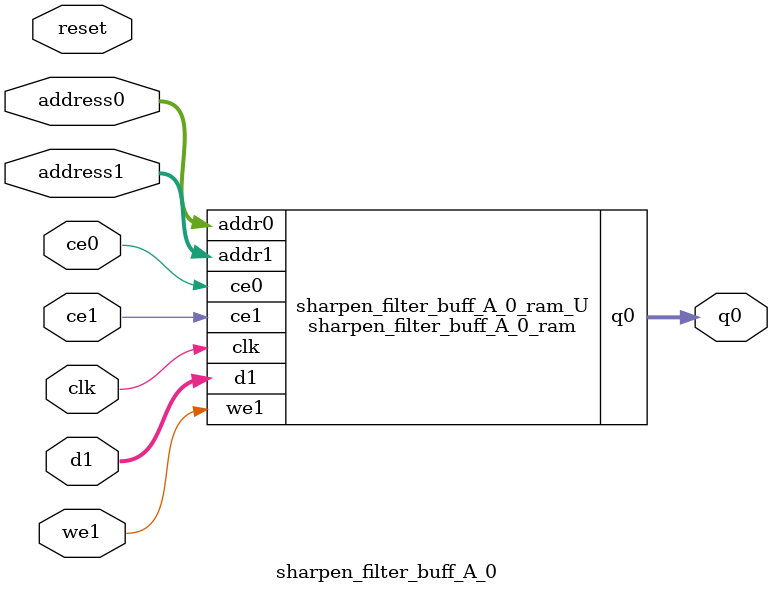
<source format=v>

`timescale 1 ns / 1 ps
module sharpen_filter_buff_A_0_ram (addr0, ce0, q0, addr1, ce1, d1, we1,  clk);

parameter DWIDTH = 8;
parameter AWIDTH = 11;
parameter MEM_SIZE = 1920;

input[AWIDTH-1:0] addr0;
input ce0;
output reg[DWIDTH-1:0] q0;
input[AWIDTH-1:0] addr1;
input ce1;
input[DWIDTH-1:0] d1;
input we1;
input clk;

(* ram_style = "block" *)reg [DWIDTH-1:0] ram[MEM_SIZE-1:0];




always @(posedge clk)  
begin 
    if (ce0) 
    begin
            q0 <= ram[addr0];
    end
end


always @(posedge clk)  
begin 
    if (ce1) 
    begin
        if (we1) 
        begin 
            ram[addr1] <= d1; 
        end 
    end
end


endmodule


`timescale 1 ns / 1 ps
module sharpen_filter_buff_A_0(
    reset,
    clk,
    address0,
    ce0,
    q0,
    address1,
    ce1,
    we1,
    d1);

parameter DataWidth = 32'd8;
parameter AddressRange = 32'd1920;
parameter AddressWidth = 32'd11;
input reset;
input clk;
input[AddressWidth - 1:0] address0;
input ce0;
output[DataWidth - 1:0] q0;
input[AddressWidth - 1:0] address1;
input ce1;
input we1;
input[DataWidth - 1:0] d1;



sharpen_filter_buff_A_0_ram sharpen_filter_buff_A_0_ram_U(
    .clk( clk ),
    .addr0( address0 ),
    .ce0( ce0 ),
    .q0( q0 ),
    .addr1( address1 ),
    .ce1( ce1 ),
    .d1( d1 ),
    .we1( we1 ));

endmodule


</source>
